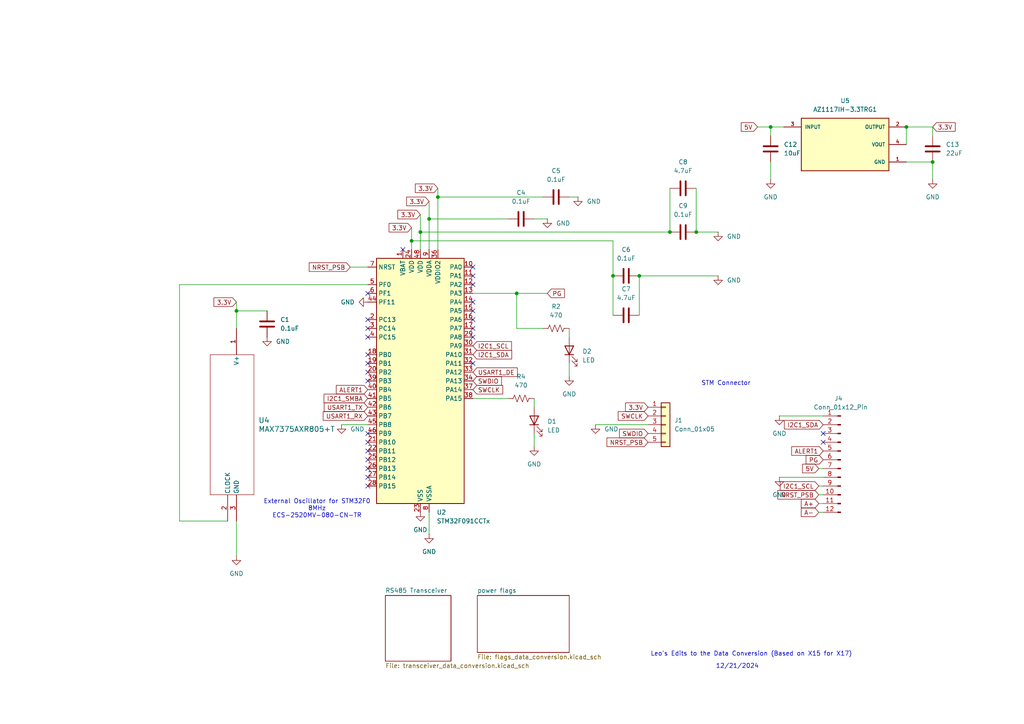
<source format=kicad_sch>
(kicad_sch (version 20231120) (generator "eeschema") (generator_version "8.0")
  (paper "A4")
  (lib_symbols
    (symbol "2024-12-30_21-17-45:MAX7375AXR805+T" (pin_names (offset 0.254))
      (property "Reference" "U" (at 27.94 10.16 0))
      (property "Value" "MAX7375AXR805+T" (at 27.94 7.62 0))
      (symbol "MAX7375AXR805+T_0_1"
        (polyline (pts (xy 7.62 -7.62) (xy 48.26 -7.62)) (stroke (width 0.127)))
        (polyline (pts (xy 7.62 5.08) (xy 7.62 -7.62)) (stroke (width 0.127)))
        (polyline (pts (xy 48.26 -7.62) (xy 48.26 5.08)) (stroke (width 0.127)))
        (polyline (pts (xy 48.26 5.08) (xy 7.62 5.08)) (stroke (width 0.127)))
        (pin power_in line (at 0 0 0) (length 7.62) (name "V+") (number "1"))
        (pin output line (at 55.88 -2.54 180) (length 7.62) (name "CLOCK") (number "2"))
        (pin power_in line (at 55.88 0 180) (length 7.62) (name "GND") (number "3"))
      )
    )
    (symbol "AZ1117IH-3.3TRG1:AZ1117IH-3.3TRG1" (pin_names (offset 1.016))
      (property "Reference" "U" (at -12.7 8.128 0))
      (property "Value" "AZ1117IH-3.3TRG1" (at -12.7 -10.16 0))
      (symbol "AZ1117IH-3.3TRG1_0_0"
        (rectangle (start -12.7 -7.62) (end 12.7 7.62) (stroke (width 0.254)) (fill (type background)))
        (pin power_in line (at 17.78 -5.08 180) (length 5.08) (name "GND") (number "1"))
        (pin output line (at 17.78 5.08 180) (length 5.08) (name "OUTPUT") (number "2"))
        (pin input line (at -17.78 5.08 0) (length 5.08) (name "INPUT") (number "3"))
        (pin output line (at 17.78 0 180) (length 5.08) (name "VOUT") (number "4"))
      )
    )
    (symbol "Connector:Conn_01x12_Pin" (pin_names (offset 1.016) hide)
      (property "Reference" "J" (at 0 15.24 0))
      (property "Value" "Conn_01x12_Pin" (at 0 -17.78 0))
      (symbol "Conn_01x12_Pin_1_1"
        (polyline (pts (xy 1.27 -15.24) (xy 0.8636 -15.24)) (stroke (width 0.1524)))
        (polyline (pts (xy 1.27 -12.7) (xy 0.8636 -12.7)) (stroke (width 0.1524)))
        (polyline (pts (xy 1.27 -10.16) (xy 0.8636 -10.16)) (stroke (width 0.1524)))
        (polyline (pts (xy 1.27 -7.62) (xy 0.8636 -7.62)) (stroke (width 0.1524)))
        (polyline (pts (xy 1.27 -5.08) (xy 0.8636 -5.08)) (stroke (width 0.1524)))
        (polyline (pts (xy 1.27 -2.54) (xy 0.8636 -2.54)) (stroke (width 0.1524)))
        (polyline (pts (xy 1.27 0) (xy 0.8636 0)) (stroke (width 0.1524)))
        (polyline (pts (xy 1.27 2.54) (xy 0.8636 2.54)) (stroke (width 0.1524)))
        (polyline (pts (xy 1.27 5.08) (xy 0.8636 5.08)) (stroke (width 0.1524)))
        (polyline (pts (xy 1.27 7.62) (xy 0.8636 7.62)) (stroke (width 0.1524)))
        (polyline (pts (xy 1.27 10.16) (xy 0.8636 10.16)) (stroke (width 0.1524)))
        (polyline (pts (xy 1.27 12.7) (xy 0.8636 12.7)) (stroke (width 0.1524)))
        (rectangle (start 0.8636 -15.113) (end 0 -15.367) (stroke (width 0.1524)) (fill (type outline)))
        (rectangle (start 0.8636 -12.573) (end 0 -12.827) (stroke (width 0.1524)) (fill (type outline)))
        (rectangle (start 0.8636 -10.033) (end 0 -10.287) (stroke (width 0.1524)) (fill (type outline)))
        (rectangle (start 0.8636 -7.493) (end 0 -7.747) (stroke (width 0.1524)) (fill (type outline)))
        (rectangle (start 0.8636 -4.953) (end 0 -5.207) (stroke (width 0.1524)) (fill (type outline)))
        (rectangle (start 0.8636 -2.413) (end 0 -2.667) (stroke (width 0.1524)) (fill (type outline)))
        (rectangle (start 0.8636 0.127) (end 0 -0.127) (stroke (width 0.1524)) (fill (type outline)))
        (rectangle (start 0.8636 2.667) (end 0 2.413) (stroke (width 0.1524)) (fill (type outline)))
        (rectangle (start 0.8636 5.207) (end 0 4.953) (stroke (width 0.1524)) (fill (type outline)))
        (rectangle (start 0.8636 7.747) (end 0 7.493) (stroke (width 0.1524)) (fill (type outline)))
        (rectangle (start 0.8636 10.287) (end 0 10.033) (stroke (width 0.1524)) (fill (type outline)))
        (rectangle (start 0.8636 12.827) (end 0 12.573) (stroke (width 0.1524)) (fill (type outline)))
        (pin passive line (at 5.08 12.7 180) (length 3.81) (name "Pin_1") (number "1"))
        (pin passive line (at 5.08 -10.16 180) (length 3.81) (name "Pin_10") (number "10"))
        (pin passive line (at 5.08 -12.7 180) (length 3.81) (name "Pin_11") (number "11"))
        (pin passive line (at 5.08 -15.24 180) (length 3.81) (name "Pin_12") (number "12"))
        (pin passive line (at 5.08 10.16 180) (length 3.81) (name "Pin_2") (number "2"))
        (pin passive line (at 5.08 7.62 180) (length 3.81) (name "Pin_3") (number "3"))
        (pin passive line (at 5.08 5.08 180) (length 3.81) (name "Pin_4") (number "4"))
        (pin passive line (at 5.08 2.54 180) (length 3.81) (name "Pin_5") (number "5"))
        (pin passive line (at 5.08 0 180) (length 3.81) (name "Pin_6") (number "6"))
        (pin passive line (at 5.08 -2.54 180) (length 3.81) (name "Pin_7") (number "7"))
        (pin passive line (at 5.08 -5.08 180) (length 3.81) (name "Pin_8") (number "8"))
        (pin passive line (at 5.08 -7.62 180) (length 3.81) (name "Pin_9") (number "9"))
      )
    )
    (symbol "Connector_Generic:Conn_01x05" (pin_names (offset 1.016) hide)
      (property "Reference" "J" (at 0 7.62 0))
      (property "Value" "Conn_01x05" (at 0 -7.62 0))
      (symbol "Conn_01x05_1_1"
        (rectangle (start -1.27 -4.953) (end 0 -5.207) (stroke (width 0.1524)))
        (rectangle (start -1.27 -2.413) (end 0 -2.667) (stroke (width 0.1524)))
        (rectangle (start -1.27 0.127) (end 0 -0.127) (stroke (width 0.1524)))
        (rectangle (start -1.27 2.667) (end 0 2.413) (stroke (width 0.1524)))
        (rectangle (start -1.27 5.207) (end 0 4.953) (stroke (width 0.1524)))
        (rectangle (start -1.27 6.35) (end 1.27 -6.35) (stroke (width 0.254)) (fill (type background)))
        (pin passive line (at -5.08 5.08 0) (length 3.81) (name "Pin_1") (number "1"))
        (pin passive line (at -5.08 2.54 0) (length 3.81) (name "Pin_2") (number "2"))
        (pin passive line (at -5.08 0 0) (length 3.81) (name "Pin_3") (number "3"))
        (pin passive line (at -5.08 -2.54 0) (length 3.81) (name "Pin_4") (number "4"))
        (pin passive line (at -5.08 -5.08 0) (length 3.81) (name "Pin_5") (number "5"))
      )
    )
    (symbol "Device:C" (pin_numbers hide) (pin_names (offset 0.254))
      (property "Reference" "C" (at 0.635 2.54 0))
      (property "Value" "C" (at 0.635 -2.54 0))
      (symbol "C_0_1"
        (polyline (pts (xy -2.032 -0.762) (xy 2.032 -0.762)) (stroke (width 0.508)))
        (polyline (pts (xy -2.032 0.762) (xy 2.032 0.762)) (stroke (width 0.508)))
      )
      (symbol "C_1_1"
        (pin passive line (at 0 3.81 270) (length 2.794) (name "~") (number "1"))
        (pin passive line (at 0 -3.81 90) (length 2.794) (name "~") (number "2"))
      )
    )
    (symbol "Device:LED" (pin_numbers hide) (pin_names (offset 1.016) hide)
      (property "Reference" "D" (at 0 2.54 0))
      (property "Value" "LED" (at 0 -2.54 0))
      (symbol "LED_0_1"
        (polyline (pts (xy -1.27 -1.27) (xy -1.27 1.27)) (stroke (width 0.254)))
        (polyline (pts (xy -1.27 0) (xy 1.27 0)))
        (polyline (pts (xy 1.27 -1.27) (xy 1.27 1.27) (xy -1.27 0) (xy 1.27 -1.27)) (stroke (width 0.254)))
        (polyline (pts (xy -3.048 -0.762) (xy -4.572 -2.286) (xy -3.81 -2.286) (xy -4.572 -2.286) (xy -4.572 -1.524)))
        (polyline (pts (xy -1.778 -0.762) (xy -3.302 -2.286) (xy -2.54 -2.286) (xy -3.302 -2.286) (xy -3.302 -1.524)))
      )
      (symbol "LED_1_1"
        (pin passive line (at -3.81 0 0) (length 2.54) (name "K") (number "1"))
        (pin passive line (at 3.81 0 180) (length 2.54) (name "A") (number "2"))
      )
    )
    (symbol "Device:R_US" (pin_numbers hide) (pin_names (offset 0))
      (property "Reference" "R" (at 2.54 0 90))
      (property "Value" "R_US" (at -2.54 0 90))
      (symbol "R_US_0_1"
        (polyline (pts (xy 0 -2.286) (xy 0 -2.54)))
        (polyline (pts (xy 0 2.286) (xy 0 2.54)))
        (polyline (pts (xy 0 -0.762) (xy 1.016 -1.143) (xy 0 -1.524) (xy -1.016 -1.905) (xy 0 -2.286)))
        (polyline (pts (xy 0 0.762) (xy 1.016 0.381) (xy 0 0) (xy -1.016 -0.381) (xy 0 -0.762)))
        (polyline (pts (xy 0 2.286) (xy 1.016 1.905) (xy 0 1.524) (xy -1.016 1.143) (xy 0 0.762)))
      )
      (symbol "R_US_1_1"
        (pin passive line (at 0 3.81 270) (length 1.27) (name "~") (number "1"))
        (pin passive line (at 0 -3.81 90) (length 1.27) (name "~") (number "2"))
      )
    )
    (symbol "MCU_ST_STM32F0:STM32F091CCTx"
      (property "Reference" "U" (at -12.7 36.83 0))
      (property "Value" "STM32F091CCTx" (at 7.62 36.83 0))
      (symbol "STM32F091CCTx_0_1"
        (rectangle (start -12.7 -35.56) (end 12.7 35.56) (stroke (width 0.254)) (fill (type background)))
      )
      (symbol "STM32F091CCTx_1_1"
        (pin power_in line (at -5.08 38.1 270) (length 2.54) (name "VBAT") (number "1"))
        (pin bidirectional line (at 15.24 33.02 180) (length 2.54) (name "PA0") (number "10"))
        (pin bidirectional line (at 15.24 30.48 180) (length 2.54) (name "PA1") (number "11"))
        (pin bidirectional line (at 15.24 27.94 180) (length 2.54) (name "PA2") (number "12"))
        (pin bidirectional line (at 15.24 25.4 180) (length 2.54) (name "PA3") (number "13"))
        (pin bidirectional line (at 15.24 22.86 180) (length 2.54) (name "PA4") (number "14"))
        (pin bidirectional line (at 15.24 20.32 180) (length 2.54) (name "PA5") (number "15"))
        (pin bidirectional line (at 15.24 17.78 180) (length 2.54) (name "PA6") (number "16"))
        (pin bidirectional line (at 15.24 15.24 180) (length 2.54) (name "PA7") (number "17"))
        (pin bidirectional line (at -15.24 7.62 0) (length 2.54) (name "PB0") (number "18"))
        (pin bidirectional line (at -15.24 5.08 0) (length 2.54) (name "PB1") (number "19"))
        (pin bidirectional line (at -15.24 17.78 0) (length 2.54) (name "PC13") (number "2"))
        (pin bidirectional line (at -15.24 2.54 0) (length 2.54) (name "PB2") (number "20"))
        (pin bidirectional line (at -15.24 -17.78 0) (length 2.54) (name "PB10") (number "21"))
        (pin bidirectional line (at -15.24 -20.32 0) (length 2.54) (name "PB11") (number "22"))
        (pin power_in line (at 0 -38.1 90) (length 2.54) (name "VSS") (number "23"))
        (pin power_in line (at -2.54 38.1 270) (length 2.54) (name "VDD") (number "24"))
        (pin bidirectional line (at -15.24 -22.86 0) (length 2.54) (name "PB12") (number "25"))
        (pin bidirectional line (at -15.24 -25.4 0) (length 2.54) (name "PB13") (number "26"))
        (pin bidirectional line (at -15.24 -27.94 0) (length 2.54) (name "PB14") (number "27"))
        (pin bidirectional line (at -15.24 -30.48 0) (length 2.54) (name "PB15") (number "28"))
        (pin bidirectional line (at 15.24 12.7 180) (length 2.54) (name "PA8") (number "29"))
        (pin bidirectional line (at -15.24 15.24 0) (length 2.54) (name "PC14") (number "3"))
        (pin bidirectional line (at 15.24 10.16 180) (length 2.54) (name "PA9") (number "30"))
        (pin bidirectional line (at 15.24 7.62 180) (length 2.54) (name "PA10") (number "31"))
        (pin bidirectional line (at 15.24 5.08 180) (length 2.54) (name "PA11") (number "32"))
        (pin bidirectional line (at 15.24 2.54 180) (length 2.54) (name "PA12") (number "33"))
        (pin bidirectional line (at 15.24 0 180) (length 2.54) (name "PA13") (number "34"))
        (pin passive line (at 0 -38.1 90) (length 2.54) hide (name "VSS") (number "35"))
        (pin power_in line (at 5.08 38.1 270) (length 2.54) (name "VDDIO2") (number "36"))
        (pin bidirectional line (at 15.24 -2.54 180) (length 2.54) (name "PA14") (number "37"))
        (pin bidirectional line (at 15.24 -5.08 180) (length 2.54) (name "PA15") (number "38"))
        (pin bidirectional line (at -15.24 0 0) (length 2.54) (name "PB3") (number "39"))
        (pin bidirectional line (at -15.24 12.7 0) (length 2.54) (name "PC15") (number "4"))
        (pin bidirectional line (at -15.24 -2.54 0) (length 2.54) (name "PB4") (number "40"))
        (pin bidirectional line (at -15.24 -5.08 0) (length 2.54) (name "PB5") (number "41"))
        (pin bidirectional line (at -15.24 -7.62 0) (length 2.54) (name "PB6") (number "42"))
        (pin bidirectional line (at -15.24 -10.16 0) (length 2.54) (name "PB7") (number "43"))
        (pin bidirectional line (at -15.24 22.86 0) (length 2.54) (name "PF11") (number "44"))
        (pin bidirectional line (at -15.24 -12.7 0) (length 2.54) (name "PB8") (number "45"))
        (pin bidirectional line (at -15.24 -15.24 0) (length 2.54) (name "PB9") (number "46"))
        (pin passive line (at 0 -38.1 90) (length 2.54) hide (name "VSS") (number "47"))
        (pin power_in line (at 0 38.1 270) (length 2.54) (name "VDD") (number "48"))
        (pin bidirectional line (at -15.24 27.94 0) (length 2.54) (name "PF0") (number "5"))
        (pin bidirectional line (at -15.24 25.4 0) (length 2.54) (name "PF1") (number "6"))
        (pin input line (at -15.24 33.02 0) (length 2.54) (name "NRST") (number "7"))
        (pin power_in line (at 2.54 -38.1 90) (length 2.54) (name "VSSA") (number "8"))
        (pin power_in line (at 2.54 38.1 270) (length 2.54) (name "VDDA") (number "9"))
      )
    )
    (symbol "power:GND" (power) (pin_numbers hide) (pin_names (offset 0) hide)
      (property "Value" "GND" (at 0 -3.81 0))
      (symbol "GND_0_1"
        (polyline (pts (xy 0 0) (xy 0 -1.27) (xy 1.27 -1.27) (xy 0 -2.54) (xy -1.27 -1.27) (xy 0 -1.27)))
      )
      (symbol "GND_1_1"
        (pin power_in line (at 0 0 270) (length 0) (name "~") (number "1"))
      )
    )
  )
  (junction (at 270.51 46.99))
  (junction (at 223.52 36.83))
  (junction (at 124.46 63.5))
  (junction (at 262.89 36.83))
  (junction (at 127 57.15))
  (junction (at 194.31 67.31))
  (junction (at 121.92 67.31))
  (junction (at 185.42 80.01))
  (junction (at 201.93 67.31))
  (junction (at 68.58 90.17))
  (junction (at 149.86 85.09))
  (junction (at 119.38 69.85))
  (junction (at 177.8 80.01))
  (no_connect (at 116.84 72.39))
  (no_connect (at 106.68 85.09))
  (no_connect (at 137.16 82.55))
  (no_connect (at 137.16 92.71))
  (no_connect (at 238.76 125.73))
  (no_connect (at 106.68 95.25))
  (no_connect (at 137.16 97.79))
  (no_connect (at 106.68 110.49))
  (no_connect (at 137.16 95.25))
  (no_connect (at 106.68 105.41))
  (no_connect (at 106.68 107.95))
  (no_connect (at 137.16 77.47))
  (no_connect (at 137.16 105.41))
  (no_connect (at 137.16 87.63))
  (no_connect (at 106.68 138.43))
  (no_connect (at 106.68 125.73))
  (no_connect (at 106.68 102.87))
  (no_connect (at 137.16 80.01))
  (no_connect (at 106.68 92.71))
  (no_connect (at 137.16 90.17))
  (no_connect (at 106.68 135.89))
  (no_connect (at 106.68 97.79))
  (no_connect (at 106.68 140.97))
  (no_connect (at 238.76 128.27))
  (no_connect (at 106.68 128.27))
  (no_connect (at 106.68 133.35))
  (no_connect (at 106.68 130.81))
  (wire (pts (xy 185.42 80.01) (xy 185.42 91.44)))
  (wire (pts (xy 238.76 140.97) (xy 237.49 140.97)))
  (wire (pts (xy 124.46 58.42) (xy 124.46 63.5)))
  (wire (pts (xy 219.71 36.83) (xy 223.52 36.83)))
  (wire (pts (xy 119.38 69.85) (xy 119.38 66.04)))
  (wire (pts (xy 52.07 151.13) (xy 52.07 82.55)))
  (wire (pts (xy 165.1 95.25) (xy 165.1 97.79)))
  (wire (pts (xy 165.1 57.15) (xy 167.64 57.15)))
  (wire (pts (xy 66.04 151.13) (xy 52.07 151.13)))
  (wire (pts (xy 68.58 151.13) (xy 68.58 161.29)))
  (wire (pts (xy 137.16 115.57) (xy 147.32 115.57)))
  (wire (pts (xy 68.58 90.17) (xy 77.47 90.17)))
  (wire (pts (xy 237.49 148.59) (xy 238.76 148.59)))
  (wire (pts (xy 158.75 85.09) (xy 149.86 85.09)))
  (wire (pts (xy 194.31 67.31) (xy 194.31 54.61)))
  (wire (pts (xy 154.94 125.73) (xy 154.94 129.54)))
  (wire (pts (xy 223.52 36.83) (xy 227.33 36.83)))
  (wire (pts (xy 154.94 63.5) (xy 158.75 63.5)))
  (wire (pts (xy 121.92 67.31) (xy 121.92 72.39)))
  (wire (pts (xy 119.38 72.39) (xy 119.38 69.85)))
  (wire (pts (xy 177.8 80.01) (xy 177.8 91.44)))
  (wire (pts (xy 121.92 67.31) (xy 194.31 67.31)))
  (wire (pts (xy 237.49 146.05) (xy 238.76 146.05)))
  (wire (pts (xy 149.86 95.25) (xy 149.86 85.09)))
  (wire (pts (xy 124.46 154.94) (xy 124.46 148.59)))
  (wire (pts (xy 237.49 143.51) (xy 238.76 143.51)))
  (wire (pts (xy 270.51 39.37) (xy 270.51 36.83)))
  (wire (pts (xy 165.1 105.41) (xy 165.1 109.22)))
  (wire (pts (xy 201.93 67.31) (xy 208.28 67.31)))
  (wire (pts (xy 238.76 135.89) (xy 237.49 135.89)))
  (wire (pts (xy 223.52 46.99) (xy 223.52 52.07)))
  (wire (pts (xy 124.46 63.5) (xy 124.46 72.39)))
  (wire (pts (xy 226.06 138.43) (xy 238.76 138.43)))
  (wire (pts (xy 177.8 80.01) (xy 177.8 69.85)))
  (wire (pts (xy 270.51 36.83) (xy 262.89 36.83)))
  (wire (pts (xy 68.58 90.17) (xy 68.58 95.25)))
  (wire (pts (xy 99.06 123.19) (xy 106.68 123.19)))
  (wire (pts (xy 127 57.15) (xy 157.48 57.15)))
  (wire (pts (xy 101.6 77.47) (xy 106.68 77.47)))
  (wire (pts (xy 127 57.15) (xy 127 54.61)))
  (wire (pts (xy 262.89 36.83) (xy 262.89 41.91)))
  (wire (pts (xy 68.58 87.63) (xy 68.58 90.17)))
  (wire (pts (xy 223.52 39.37) (xy 223.52 36.83)))
  (wire (pts (xy 262.89 46.99) (xy 270.51 46.99)))
  (wire (pts (xy 154.94 115.57) (xy 154.94 118.11)))
  (wire (pts (xy 121.92 62.23) (xy 121.92 67.31)))
  (wire (pts (xy 172.72 123.19) (xy 187.96 123.19)))
  (wire (pts (xy 127 57.15) (xy 127 72.39)))
  (wire (pts (xy 185.42 80.01) (xy 208.28 80.01)))
  (wire (pts (xy 124.46 63.5) (xy 147.32 63.5)))
  (wire (pts (xy 270.51 46.99) (xy 270.51 52.07)))
  (wire (pts (xy 201.93 67.31) (xy 201.93 54.61)))
  (wire (pts (xy 226.06 120.65) (xy 238.76 120.65)))
  (wire (pts (xy 52.07 82.55) (xy 106.68 82.55)))
  (wire (pts (xy 119.38 69.85) (xy 177.8 69.85)))
  (wire (pts (xy 149.86 85.09) (xy 137.16 85.09)))
  (wire (pts (xy 157.48 95.25) (xy 149.86 95.25)))
  (text "Leo's Edits to the Data Conversion (Based on X15 for X17)\n" (at 217.932 189.738 0) (effects (font (size 1.27 1.27))))
  (text "STM Connector\n" (at 210.566 111.252 0) (effects (font (size 1.27 1.27))))
  (text "12/21/2024\n" (at 213.868 193.294 0) (effects (font (size 1.27 1.27))))
  (text "External Oscillator for STM32F0\n8MHz\nECS-2520MV-080-CN-TR" (at 91.948 147.574 0) (effects (font (size 1.27 1.27))))
  (global_label "I2C1_SDA" (shape input) (at 238.76 123.19 180) (property "Intersheetrefs" "${INTERSHEET_REFS}" (effects (hide yes))))
  (global_label "3.3V" (shape input) (at 187.96 118.11 180) (property "Intersheetrefs" "${INTERSHEET_REFS}" (effects (hide yes))))
  (global_label "5V" (shape input) (at 237.49 135.89 180) (property "Intersheetrefs" "${INTERSHEET_REFS}" (effects (hide yes))))
  (global_label "3.3V" (shape input) (at 68.58 87.63 180) (property "Intersheetrefs" "${INTERSHEET_REFS}" (effects (hide yes))))
  (global_label "NRST_PSB" (shape input) (at 187.96 128.27 180) (property "Intersheetrefs" "${INTERSHEET_REFS}" (effects (hide yes))))
  (global_label "5V" (shape input) (at 219.71 36.83 180) (property "Intersheetrefs" "${INTERSHEET_REFS}" (effects (hide yes))))
  (global_label "I2C1_SMBA" (shape input) (at 106.68 115.57 180) (property "Intersheetrefs" "${INTERSHEET_REFS}" (effects (hide yes))))
  (global_label "I2C1_SDA" (shape input) (at 137.16 102.87 0) (property "Intersheetrefs" "${INTERSHEET_REFS}" (effects (hide yes))))
  (global_label "I2C1_SCL" (shape input) (at 237.49 140.97 180) (property "Intersheetrefs" "${INTERSHEET_REFS}" (effects (hide yes))))
  (global_label "SWDIO" (shape input) (at 187.96 125.73 180) (property "Intersheetrefs" "${INTERSHEET_REFS}" (effects (hide yes))))
  (global_label "3.3V" (shape input) (at 127 54.61 180) (property "Intersheetrefs" "${INTERSHEET_REFS}" (effects (hide yes))))
  (global_label "3.3V" (shape input) (at 121.92 62.23 180) (property "Intersheetrefs" "${INTERSHEET_REFS}" (effects (hide yes))))
  (global_label "A-" (shape input) (at 237.49 148.59 180) (property "Intersheetrefs" "${INTERSHEET_REFS}" (effects (hide yes))))
  (global_label "NRST_PSB" (shape input) (at 101.6 77.47 180) (property "Intersheetrefs" "${INTERSHEET_REFS}" (effects (hide yes))))
  (global_label "SWCLK" (shape input) (at 137.16 113.03 0) (property "Intersheetrefs" "${INTERSHEET_REFS}" (effects (hide yes))))
  (global_label "3.3V" (shape input) (at 124.46 58.42 180) (property "Intersheetrefs" "${INTERSHEET_REFS}" (effects (hide yes))))
  (global_label "NRST_PSB" (shape input) (at 237.49 143.51 180) (property "Intersheetrefs" "${INTERSHEET_REFS}" (effects (hide yes))))
  (global_label "PG" (shape input) (at 158.75 85.09 0) (property "Intersheetrefs" "${INTERSHEET_REFS}" (effects (hide yes))))
  (global_label "USART1_DE" (shape input) (at 137.16 107.95 0) (property "Intersheetrefs" "${INTERSHEET_REFS}" (effects (hide yes))))
  (global_label "3.3V" (shape input) (at 119.38 66.04 180) (property "Intersheetrefs" "${INTERSHEET_REFS}" (effects (hide yes))))
  (global_label "USART1_TX" (shape input) (at 106.68 118.11 180) (property "Intersheetrefs" "${INTERSHEET_REFS}" (effects (hide yes))))
  (global_label "PG" (shape input) (at 238.76 133.35 180) (property "Intersheetrefs" "${INTERSHEET_REFS}" (effects (hide yes))))
  (global_label "ALERT1" (shape input) (at 238.76 130.81 180) (property "Intersheetrefs" "${INTERSHEET_REFS}" (effects (hide yes))))
  (global_label "USART1_RX" (shape input) (at 106.68 120.65 180) (property "Intersheetrefs" "${INTERSHEET_REFS}" (effects (hide yes))))
  (global_label "SWDIO" (shape input) (at 137.16 110.49 0) (property "Intersheetrefs" "${INTERSHEET_REFS}" (effects (hide yes))))
  (global_label "SWCLK" (shape input) (at 187.96 120.65 180) (property "Intersheetrefs" "${INTERSHEET_REFS}" (effects (hide yes))))
  (global_label "3.3V" (shape input) (at 270.51 36.83 0) (property "Intersheetrefs" "${INTERSHEET_REFS}" (effects (hide yes))))
  (global_label "ALERT1" (shape input) (at 106.68 113.03 180) (property "Intersheetrefs" "${INTERSHEET_REFS}" (effects (hide yes))))
  (global_label "A+" (shape input) (at 237.49 146.05 180) (property "Intersheetrefs" "${INTERSHEET_REFS}" (effects (hide yes))))
  (global_label "I2C1_SCL" (shape input) (at 137.16 100.33 0) (property "Intersheetrefs" "${INTERSHEET_REFS}" (effects (hide yes))))
  (symbol (lib_id "power:GND") (at 167.64 57.15 0) (unit 1)
    (property "Reference" "#PWR09" (effects (hide yes)))
    (property "Value" "GND" (at 170.18 58.4199 0) (effects (justify left)))
    (property "Description" "Power symbol creates a global label with name \"GND\" , ground" (effects (hide yes)))
  )
  (symbol (lib_id "power:GND") (at 121.92 148.59 0) (unit 1)
    (property "Reference" "#PWR05" (effects (hide yes)))
    (property "Value" "GND" (at 121.92 153.67 0))
    (property "Description" "Power symbol creates a global label with name \"GND\" , ground" (effects (hide yes)))
  )
  (symbol (lib_id "Device:LED") (at 154.94 121.92 90) (unit 1)
    (property "Reference" "D1" (at 158.75 122.2374 90) (effects (justify right)))
    (property "Value" "LED" (at 158.75 124.7774 90) (effects (justify right)))
    (property "Footprint" "LED_SMD:LED_0805_2012Metric_Pad1.15x1.40mm_HandSolder" (effects (hide yes)))
    (property "Description" "Light emitting diode" (effects (hide yes)))
  )
  (symbol (lib_id "power:GND") (at 165.1 109.22 0) (unit 1)
    (property "Reference" "#PWR020" (effects (hide yes)))
    (property "Value" "GND" (at 165.1 114.3 0))
    (property "Description" "Power symbol creates a global label with name \"GND\" , ground" (effects (hide yes)))
  )
  (symbol (lib_id "2024-12-30_21-17-45:MAX7375AXR805+T") (at 68.58 95.25 270) (unit 1)
    (property "Reference" "U4" (at 74.93 121.9199 90) (effects (font (size 1.524 1.524)) (justify left)))
    (property "Value" "MAX7375AXR805+T" (at 74.93 124.4599 90) (effects (font (size 1.524 1.524)) (justify left)))
    (property "Footprint" "21-0075D_MXM" (effects (hide yes)))
    (property "Datasheet" "MAX7375AXR805+T" (effects (hide yes)))
  )
  (symbol (lib_id "power:GND") (at 172.72 123.19 0) (unit 1)
    (property "Reference" "#PWR010" (effects (hide yes)))
    (property "Value" "GND" (at 175.26 124.4599 0) (effects (justify left)))
    (property "Description" "Power symbol creates a global label with name \"GND\" , ground" (effects (hide yes)))
  )
  (symbol (lib_id "MCU_ST_STM32F0:STM32F091CCTx") (at 121.92 110.49 0) (unit 1)
    (property "Reference" "U2" (at 126.6541 148.59 0) (effects (justify left)))
    (property "Value" "STM32F091CCTx" (at 126.6541 151.13 0) (effects (justify left)))
    (property "Footprint" "Package_QFP:LQFP-48_7x7mm_P0.5mm" (effects (hide yes)))
    (property "Datasheet" "https://www.st.com/resource/en/datasheet/stm32f091cc.pdf" (effects (hide yes)))
    (property "Description" "STMicroelectronics Arm Cortex-M0 MCU, 256KB flash, 32KB RAM, 48 MHz, 2.0-3.6V, 38 GPIO, LQFP48" (effects (hide yes)))
  )
  (symbol (lib_id "power:GND") (at 154.94 129.54 0) (unit 1)
    (property "Reference" "#PWR07" (effects (hide yes)))
    (property "Value" "GND" (at 154.94 134.62 0))
    (property "Description" "Power symbol creates a global label with name \"GND\" , ground" (effects (hide yes)))
  )
  (symbol (lib_id "power:GND") (at 270.51 52.07 0) (unit 1)
    (property "Reference" "#PWR018" (effects (hide yes)))
    (property "Value" "GND" (at 270.51 57.15 0))
    (property "Description" "Power symbol creates a global label with name \"GND\" , ground" (effects (hide yes)))
  )
  (symbol (lib_id "Device:C") (at 270.51 43.18 0) (unit 1)
    (property "Reference" "C13" (at 274.32 41.9099 0) (effects (justify left)))
    (property "Value" "22uF" (at 274.32 44.4499 0) (effects (justify left)))
    (property "Footprint" "Capacitor_SMD:C_0603_1608Metric_Pad1.08x0.95mm_HandSolder" (effects (hide yes)))
    (property "Description" "Unpolarized capacitor" (effects (hide yes)))
  )
  (symbol (lib_id "Device:C") (at 181.61 80.01 270) (unit 1)
    (property "Reference" "C6" (at 181.61 72.39 90))
    (property "Value" "0.1uF" (at 181.61 74.93 90))
    (property "Footprint" "Capacitor_SMD:C_0603_1608Metric_Pad1.08x0.95mm_HandSolder" (effects (hide yes)))
    (property "Description" "Unpolarized capacitor" (effects (hide yes)))
  )
  (symbol (lib_id "Connector:Conn_01x12_Pin") (at 243.84 133.35 0) (mirror y) (unit 1)
    (property "Reference" "J4" (at 243.205 115.57 0))
    (property "Value" "Conn_01x12_Pin" (at 243.84 118.11 0))
    (property "Footprint" "Library:Data Conversion two 1x6" (effects (hide yes)))
    (property "Description" "Generic connector, single row, 01x12, script generated" (effects (hide yes)))
  )
  (symbol (lib_id "Connector_Generic:Conn_01x05") (at 193.04 123.19 0) (unit 1)
    (property "Reference" "J1" (at 195.58 121.9199 0) (effects (justify left)))
    (property "Value" "Conn_01x05" (at 195.58 124.4599 0) (effects (justify left)))
    (property "Footprint" "Connector_PinHeader_2.54mm:PinHeader_1x05_P2.54mm_Vertical" (effects (hide yes)))
    (property "Description" "Generic connector, single row, 01x05, script generated (kicad-library-utils/schlib/autogen/connector/)" (effects (hide yes)))
  )
  (symbol (lib_id "AZ1117IH-3.3TRG1:AZ1117IH-3.3TRG1") (at 245.11 41.91 0) (unit 1)
    (property "Reference" "U5" (at 245.11 29.21 0))
    (property "Value" "AZ1117IH-3.3TRG1" (at 245.11 31.75 0))
    (property "Footprint" "AZ1117IH_3_3TRG1:SOT230P700X185-4N" (effects (hide yes)))
    (property "SNAPEDA_PACKAGE_ID" "6532" (effects (hide yes)))
    (property "MAXIMUM_PACKAGE_HEIGHT" "1.85 mm" (effects (hide yes)))
    (property "STANDARD" "IPC 7351B" (effects (hide yes)))
    (property "PARTREV" "2-2" (effects (hide yes)))
    (property "MANUFACTURER" "Diodes Inc." (effects (hide yes)))
    (property "SNAPEDA_PN" "AZ1117IH-3.3TRG1" (effects (hide yes)))
  )
  (symbol (lib_id "Device:C") (at 151.13 63.5 270) (unit 1)
    (property "Reference" "C4" (at 151.13 55.88 90))
    (property "Value" "0.1uF" (at 151.13 58.42 90))
    (property "Footprint" "Capacitor_SMD:C_0603_1608Metric_Pad1.08x0.95mm_HandSolder" (effects (hide yes)))
    (property "Description" "Unpolarized capacitor" (effects (hide yes)))
  )
  (symbol (lib_id "Device:C") (at 77.47 93.98 0) (unit 1)
    (property "Reference" "C1" (at 81.28 92.7099 0) (effects (justify left)))
    (property "Value" "0.1uF" (at 81.28 95.2499 0) (effects (justify left)))
    (property "Footprint" "Capacitor_SMD:C_0603_1608Metric_Pad1.08x0.95mm_HandSolder" (effects (hide yes)))
    (property "Description" "Unpolarized capacitor" (effects (hide yes)))
  )
  (symbol (lib_id "power:GND") (at 68.58 161.29 0) (unit 1)
    (property "Reference" "#PWR02" (effects (hide yes)))
    (property "Value" "GND" (at 68.58 166.37 0))
    (property "Description" "Power symbol creates a global label with name \"GND\" , ground" (effects (hide yes)))
  )
  (symbol (lib_id "power:GND") (at 208.28 80.01 0) (unit 1)
    (property "Reference" "#PWR012" (effects (hide yes)))
    (property "Value" "GND" (at 210.82 81.2799 0) (effects (justify left)))
    (property "Description" "Power symbol creates a global label with name \"GND\" , ground" (effects (hide yes)))
  )
  (symbol (lib_id "Device:C") (at 161.29 57.15 270) (unit 1)
    (property "Reference" "C5" (at 161.29 49.53 90))
    (property "Value" "0.1uF" (at 161.29 52.07 90))
    (property "Footprint" "Capacitor_SMD:C_0603_1608Metric_Pad1.08x0.95mm_HandSolder" (effects (hide yes)))
    (property "Description" "Unpolarized capacitor" (effects (hide yes)))
  )
  (symbol (lib_id "Device:C") (at 181.61 91.44 270) (unit 1)
    (property "Reference" "C7" (at 181.61 83.82 90))
    (property "Value" "4.7uF" (at 181.61 86.36 90))
    (property "Footprint" "Capacitor_SMD:C_0603_1608Metric_Pad1.08x0.95mm_HandSolder" (effects (hide yes)))
    (property "Description" "Unpolarized capacitor" (effects (hide yes)))
  )
  (symbol (lib_id "Device:C") (at 223.52 43.18 180) (unit 1)
    (property "Reference" "C12" (at 227.33 41.9099 0) (effects (justify right)))
    (property "Value" "10uF" (at 227.33 44.4499 0) (effects (justify right)))
    (property "Footprint" "Capacitor_SMD:C_0603_1608Metric_Pad1.08x0.95mm_HandSolder" (effects (hide yes)))
    (property "Description" "Unpolarized capacitor" (effects (hide yes)))
  )
  (symbol (lib_id "power:GND") (at 158.75 63.5 0) (unit 1)
    (property "Reference" "#PWR08" (effects (hide yes)))
    (property "Value" "GND" (at 161.29 64.7699 0) (effects (justify left)))
    (property "Description" "Power symbol creates a global label with name \"GND\" , ground" (effects (hide yes)))
  )
  (symbol (lib_id "Device:C") (at 198.12 54.61 270) (unit 1)
    (property "Reference" "C8" (at 198.12 46.99 90))
    (property "Value" "4.7uF" (at 198.12 49.53 90))
    (property "Footprint" "Capacitor_SMD:C_0603_1608Metric_Pad1.08x0.95mm_HandSolder" (effects (hide yes)))
    (property "Description" "Unpolarized capacitor" (effects (hide yes)))
  )
  (symbol (lib_id "power:GND") (at 226.06 138.43 0) (unit 1)
    (property "Reference" "#PWR022" (effects (hide yes)))
    (property "Value" "GND" (at 226.06 143.51 0))
    (property "Description" "Power symbol creates a global label with name \"GND\" , ground" (effects (hide yes)))
  )
  (symbol (lib_id "power:GND") (at 208.28 67.31 0) (unit 1)
    (property "Reference" "#PWR011" (effects (hide yes)))
    (property "Value" "GND" (at 210.82 68.5799 0) (effects (justify left)))
    (property "Description" "Power symbol creates a global label with name \"GND\" , ground" (effects (hide yes)))
  )
  (symbol (lib_id "power:GND") (at 226.06 120.65 0) (unit 1)
    (property "Reference" "#PWR021" (effects (hide yes)))
    (property "Value" "GND" (at 226.06 125.73 0))
    (property "Description" "Power symbol creates a global label with name \"GND\" , ground" (effects (hide yes)))
  )
  (symbol (lib_id "power:GND") (at 106.68 87.63 270) (unit 1)
    (property "Reference" "#PWR03" (effects (hide yes)))
    (property "Value" "GND" (at 102.87 87.6299 90) (effects (justify right)))
    (property "Description" "Power symbol creates a global label with name \"GND\" , ground" (effects (hide yes)))
  )
  (symbol (lib_id "Device:R_US") (at 161.29 95.25 90) (unit 1)
    (property "Reference" "R2" (at 161.29 88.9 90))
    (property "Value" "470" (at 161.29 91.44 90))
    (property "Footprint" "Resistor_SMD:R_0603_1608Metric_Pad0.98x0.95mm_HandSolder" (effects (hide yes)))
    (property "Description" "Resistor, US symbol" (effects (hide yes)))
  )
  (symbol (lib_id "Device:C") (at 198.12 67.31 270) (unit 1)
    (property "Reference" "C9" (at 198.12 59.69 90))
    (property "Value" "0.1uF" (at 198.12 62.23 90))
    (property "Footprint" "Capacitor_SMD:C_0603_1608Metric_Pad1.08x0.95mm_HandSolder" (effects (hide yes)))
    (property "Description" "Unpolarized capacitor" (effects (hide yes)))
  )
  (symbol (lib_id "power:GND") (at 99.06 123.19 0) (unit 1)
    (property "Reference" "#PWR04" (effects (hide yes)))
    (property "Value" "GND" (at 101.6 124.4599 0) (effects (justify left)))
    (property "Description" "Power symbol creates a global label with name \"GND\" , ground" (effects (hide yes)))
  )
  (symbol (lib_id "power:GND") (at 77.47 97.79 0) (unit 1)
    (property "Reference" "#PWR01" (effects (hide yes)))
    (property "Value" "GND" (at 80.01 99.0599 0) (effects (justify left)))
    (property "Description" "Power symbol creates a global label with name \"GND\" , ground" (effects (hide yes)))
  )
  (symbol (lib_id "Device:LED") (at 165.1 101.6 90) (unit 1)
    (property "Reference" "D2" (at 168.91 101.9174 90) (effects (justify right)))
    (property "Value" "LED" (at 168.91 104.4574 90) (effects (justify right)))
    (property "Footprint" "LED_SMD:LED_0805_2012Metric_Pad1.15x1.40mm_HandSolder" (effects (hide yes)))
    (property "Description" "Light emitting diode" (effects (hide yes)))
  )
  (symbol (lib_id "power:GND") (at 223.52 52.07 0) (unit 1)
    (property "Reference" "#PWR019" (effects (hide yes)))
    (property "Value" "GND" (at 223.52 57.15 0))
    (property "Description" "Power symbol creates a global label with name \"GND\" , ground" (effects (hide yes)))
  )
  (symbol (lib_id "power:GND") (at 124.46 154.94 0) (unit 1)
    (property "Reference" "#PWR06" (effects (hide yes)))
    (property "Value" "GND" (at 124.46 160.02 0))
    (property "Description" "Power symbol creates a global label with name \"GND\" , ground" (effects (hide yes)))
  )
  (symbol (lib_id "Device:R_US") (at 151.13 115.57 90) (unit 1)
    (property "Reference" "R4" (at 151.13 109.22 90))
    (property "Value" "470" (at 151.13 111.76 90))
    (property "Footprint" "Resistor_SMD:R_0603_1608Metric_Pad0.98x0.95mm_HandSolder" (effects (hide yes)))
    (property "Description" "Resistor, US symbol" (effects (hide yes)))
  )
  (sheet (at 111.76 172.72) (size 19.05 19.05) (stroke (width 0.1524))
    (property "Sheetname" "RS485 Transceiver" (at 111.76 172.0084 0) (effects (justify left bottom)))
    (property "Sheetfile" "transceiver_data_conversion.kicad_sch" (at 111.76 192.3546 0) (effects (justify left top)))
  )
  (sheet (at 138.43 172.72) (size 26.67 16.51) (stroke (width 0.1524))
    (property "Sheetname" "power flags" (at 138.43 172.0084 0) (effects (justify left bottom)))
    (property "Sheetfile" "flags_data_conversion.kicad_sch" (at 138.43 189.8146 0) (effects (justify left top)))
  )
)
</source>
